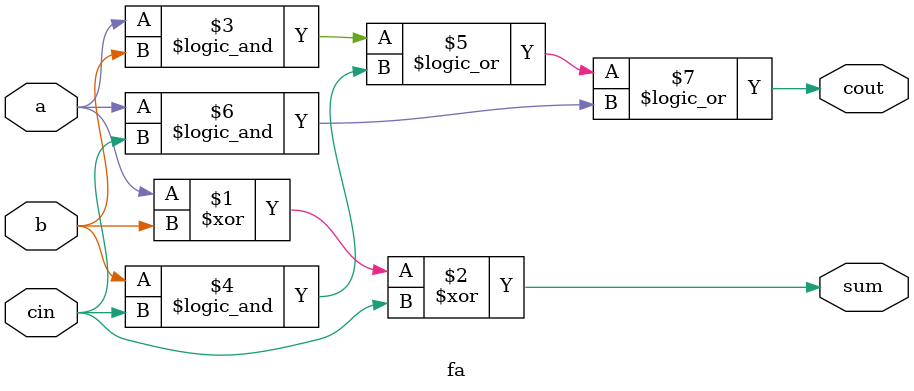
<source format=v>
module top_module( 
    input [2:0] a, b,
    input cin,
    output [2:0] cout,
    output [2:0] sum );
    
    fa fa1(.a(a[0]),.b(b[0]),.cin(cin),.sum(sum[0]),.cout(cout[0]));
    fa fa2(.a(a[1]),.b(b[1]),.cin(cout[0]),.sum(sum[1]),.cout(cout[1]));
    fa fa3(.a(a[2]),.b(b[2]),.cin(cout[1]),.sum(sum[2]),.cout(cout[2]));

endmodule

module fa(input a,b,cin,
          output sum,cout);
    assign sum = a^b^cin;
    assign cout = (a&&b) || (b&&cin) || (a&&cin);
endmodule       

</source>
